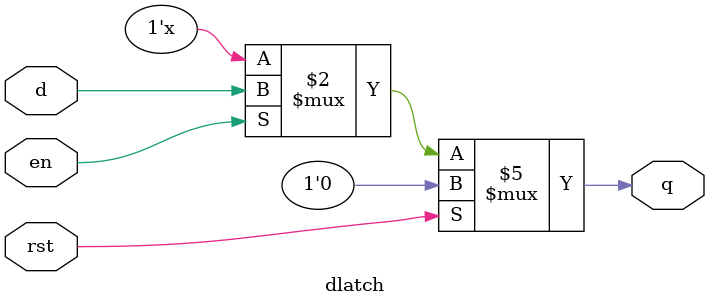
<source format=v>
module dlatch(input d, input en, input rst, output reg q);
  
  always@(d,en,rst)
    if(rst)
      q<=0;
  	else
      if(en)
        q<=d;

endmodule
</source>
